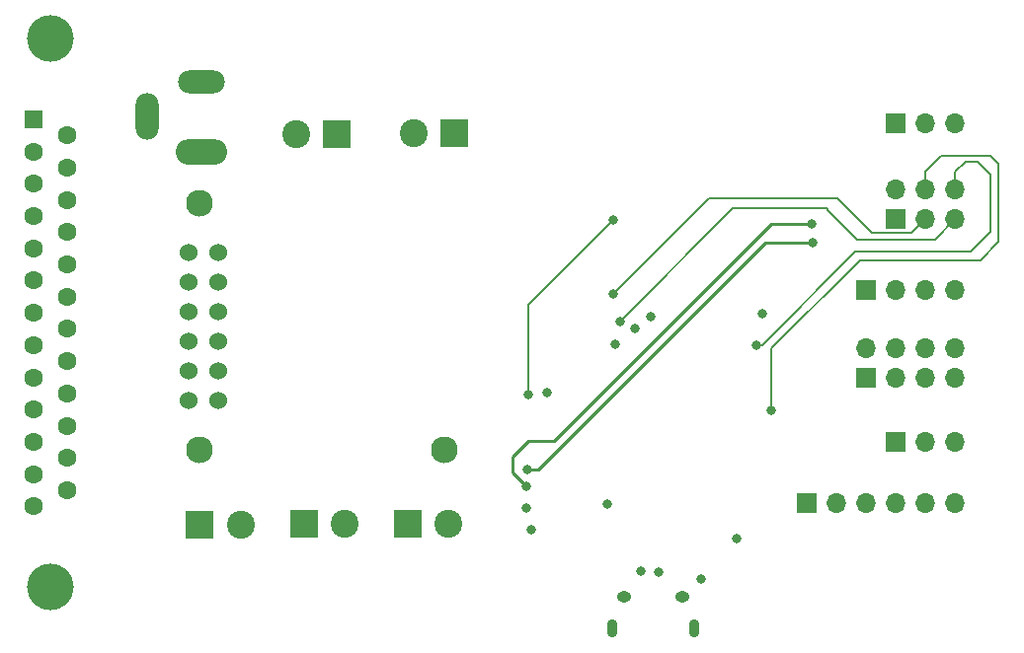
<source format=gbr>
%TF.GenerationSoftware,KiCad,Pcbnew,(6.0.0-0)*%
%TF.CreationDate,2022-09-25T22:14:03-04:00*%
%TF.ProjectId,Dome_Controller,446f6d65-5f43-46f6-9e74-726f6c6c6572,rev?*%
%TF.SameCoordinates,Original*%
%TF.FileFunction,Copper,L3,Inr*%
%TF.FilePolarity,Positive*%
%FSLAX46Y46*%
G04 Gerber Fmt 4.6, Leading zero omitted, Abs format (unit mm)*
G04 Created by KiCad (PCBNEW (6.0.0-0)) date 2022-09-25 22:14:03*
%MOMM*%
%LPD*%
G01*
G04 APERTURE LIST*
%TA.AperFunction,ComponentPad*%
%ADD10R,1.600000X1.600000*%
%TD*%
%TA.AperFunction,ComponentPad*%
%ADD11C,1.600000*%
%TD*%
%TA.AperFunction,ComponentPad*%
%ADD12C,4.000000*%
%TD*%
%TA.AperFunction,ComponentPad*%
%ADD13O,2.000000X4.000000*%
%TD*%
%TA.AperFunction,ComponentPad*%
%ADD14O,4.000000X2.000000*%
%TD*%
%TA.AperFunction,ComponentPad*%
%ADD15O,4.400000X2.200000*%
%TD*%
%TA.AperFunction,ComponentPad*%
%ADD16O,1.700000X1.700000*%
%TD*%
%TA.AperFunction,ComponentPad*%
%ADD17R,1.700000X1.700000*%
%TD*%
%TA.AperFunction,ComponentPad*%
%ADD18R,2.400000X2.400000*%
%TD*%
%TA.AperFunction,ComponentPad*%
%ADD19C,2.400000*%
%TD*%
%TA.AperFunction,ComponentPad*%
%ADD20O,0.890000X1.550000*%
%TD*%
%TA.AperFunction,ComponentPad*%
%ADD21O,1.250000X0.950000*%
%TD*%
%TA.AperFunction,ComponentPad*%
%ADD22C,1.524000*%
%TD*%
%TA.AperFunction,ComponentPad*%
%ADD23C,2.300000*%
%TD*%
%TA.AperFunction,ViaPad*%
%ADD24C,0.800000*%
%TD*%
%TA.AperFunction,Conductor*%
%ADD25C,0.200000*%
%TD*%
%TA.AperFunction,Conductor*%
%ADD26C,0.254000*%
%TD*%
G04 APERTURE END LIST*
D10*
%TO.N,+12V*%
%TO.C,J13*%
X61790000Y-64740000D03*
D11*
X61790000Y-67510000D03*
%TO.N,GND*%
X61790000Y-70280000D03*
X61790000Y-73050000D03*
%TO.N,+5V*%
X61790000Y-75820000D03*
%TO.N,SR_I2C_CLK*%
X61790000Y-78590000D03*
%TO.N,unconnected-(J13-Pad7)*%
X61790000Y-81360000D03*
%TO.N,GND*%
X61790000Y-84130000D03*
%TO.N,SR_SER_RX*%
X61790000Y-86900000D03*
%TO.N,GND*%
X61790000Y-89670000D03*
X61790000Y-92440000D03*
%TO.N,+12V*%
X61790000Y-95210000D03*
X61790000Y-97980000D03*
X64630000Y-66125000D03*
X64630000Y-68895000D03*
%TO.N,GND*%
X64630000Y-71665000D03*
X64630000Y-74435000D03*
X64630000Y-77205000D03*
%TO.N,SR_I2C_DATA*%
X64630000Y-79975000D03*
%TO.N,+5V*%
X64630000Y-82745000D03*
%TO.N,SR_SER_TX*%
X64630000Y-85515000D03*
%TO.N,GND*%
X64630000Y-88285000D03*
X64630000Y-91055000D03*
%TO.N,+12V*%
X64630000Y-93825000D03*
X64630000Y-96595000D03*
D12*
%TO.N,unconnected-(J13-Pad0)*%
X63210000Y-104910000D03*
X63210000Y-57810000D03*
%TD*%
D13*
%TO.N,GND*%
%TO.C,J14*%
X71485000Y-64515000D03*
D14*
X76185000Y-61515000D03*
D15*
%TO.N,+12V*%
X76185000Y-67515000D03*
%TD*%
D16*
%TO.N,SR_SER_RX*%
%TO.C,J12*%
X140760000Y-79395000D03*
%TO.N,SR_SER_TX*%
X138220000Y-79395000D03*
%TO.N,GND*%
X135680000Y-79395000D03*
D17*
%TO.N,+5V*%
X133140000Y-79395000D03*
%TD*%
D16*
%TO.N,SR_I2C_DATA*%
%TO.C,J11*%
X140730000Y-84415000D03*
X140730000Y-86955000D03*
%TO.N,SR_I2C_CLK*%
X138190000Y-84415000D03*
X138190000Y-86955000D03*
%TO.N,GND*%
X135650000Y-84415000D03*
X135650000Y-86955000D03*
%TO.N,+5V*%
X133110000Y-84415000D03*
D17*
X133110000Y-86955000D03*
%TD*%
D18*
%TO.N,GND*%
%TO.C,J5*%
X87780000Y-66000000D03*
D19*
%TO.N,+12V*%
X84280000Y-66000000D03*
%TD*%
%TO.N,+5V*%
%TO.C,J8*%
X88480000Y-99510000D03*
D18*
%TO.N,GND*%
X84980000Y-99510000D03*
%TD*%
D20*
%TO.N,unconnected-(J1-Pad6)*%
%TO.C,J1*%
X118400000Y-108450000D03*
D21*
X117400000Y-105750000D03*
X112400000Y-105750000D03*
D20*
X111400000Y-108450000D03*
%TD*%
D18*
%TO.N,GND*%
%TO.C,J9*%
X93850000Y-99510000D03*
D19*
%TO.N,+5V*%
X97350000Y-99510000D03*
%TD*%
D16*
%TO.N,TX_HP*%
%TO.C,J3*%
X140770000Y-70800000D03*
%TO.N,TX_RS*%
X140770000Y-73340000D03*
%TO.N,RX_HP*%
X138230000Y-70800000D03*
%TO.N,RX_RS*%
X138230000Y-73340000D03*
%TO.N,GND*%
X135690000Y-70800000D03*
D17*
X135690000Y-73340000D03*
%TD*%
%TO.N,GND*%
%TO.C,J2*%
X128040000Y-97700000D03*
D16*
%TO.N,unconnected-(J2-Pad2)*%
X130580000Y-97700000D03*
%TO.N,SCL*%
X133120000Y-97700000D03*
%TO.N,SDA*%
X135660000Y-97700000D03*
%TO.N,+3.3V*%
X138200000Y-97700000D03*
%TO.N,+5V*%
X140740000Y-97700000D03*
%TD*%
%TO.N,CL_D*%
%TO.C,J4*%
X140770000Y-92450000D03*
%TO.N,+5V*%
X138230000Y-92450000D03*
D17*
%TO.N,GND*%
X135690000Y-92450000D03*
%TD*%
D16*
%TO.N,TX_FU*%
%TO.C,J10*%
X140770000Y-65070000D03*
%TO.N,RX_FU*%
X138230000Y-65070000D03*
D17*
%TO.N,GND*%
X135690000Y-65070000D03*
%TD*%
D19*
%TO.N,+5V*%
%TO.C,J7*%
X79520000Y-99590000D03*
D18*
%TO.N,GND*%
X76020000Y-99590000D03*
%TD*%
D22*
%TO.N,+5V*%
%TO.C,U6*%
X75035000Y-76185000D03*
%TO.N,GND*%
X75035000Y-78725000D03*
X75035000Y-81265000D03*
%TO.N,+12V*%
X75035000Y-83805000D03*
%TO.N,unconnected-(U6-Pad5)*%
X75035000Y-86345000D03*
%TO.N,unconnected-(U6-Pad6)*%
X75035000Y-88885000D03*
%TO.N,unconnected-(U6-Pad7)*%
X77575000Y-88885000D03*
%TO.N,unconnected-(U6-Pad8)*%
X77575000Y-86345000D03*
%TO.N,+12V*%
X77575000Y-83805000D03*
%TO.N,GND*%
X77575000Y-81265000D03*
X77575000Y-78725000D03*
%TO.N,+5V*%
X77575000Y-76185000D03*
D23*
%TO.N,N/C*%
X75965000Y-71935000D03*
X75965000Y-93135000D03*
X96965000Y-93135000D03*
%TD*%
D18*
%TO.N,GND*%
%TO.C,J6*%
X97850000Y-65930000D03*
D19*
%TO.N,+12V*%
X94350000Y-65930000D03*
%TD*%
D24*
%TO.N,RESET*%
X110930000Y-97800000D03*
X104200000Y-88360000D03*
%TO.N,GND*%
X105800000Y-88240000D03*
%TO.N,RESET*%
X111470000Y-73410000D03*
%TO.N,RX_FU*%
X114720000Y-81650000D03*
%TO.N,TX_FU*%
X113380000Y-82680000D03*
%TO.N,TX_HP*%
X123780000Y-84130000D03*
%TO.N,RX_HP*%
X125040000Y-89730000D03*
%TO.N,TX_RS*%
X112040000Y-82090000D03*
%TO.N,CL_D*%
X111630000Y-84080000D03*
%TO.N,D-*%
X104480000Y-99980000D03*
%TO.N,D+*%
X103990000Y-98090000D03*
X115400000Y-103600000D03*
%TO.N,D-*%
X113805000Y-103555000D03*
%TO.N,RXD0*%
X104100000Y-94780000D03*
%TO.N,TXD0*%
X104000000Y-96220000D03*
%TO.N,+5V*%
X118995000Y-104205000D03*
%TO.N,RX_RS*%
X111490000Y-79760000D03*
%TO.N,ST_LED_D*%
X124270000Y-81410000D03*
X122020000Y-100770000D03*
%TO.N,TXD0*%
X128480000Y-73690000D03*
%TO.N,RXD0*%
X128560000Y-75310000D03*
%TD*%
D25*
%TO.N,RESET*%
X104200000Y-88360000D02*
X104200000Y-80680000D01*
X104200000Y-80680000D02*
X111470000Y-73410000D01*
%TO.N,TX_RS*%
X132380000Y-75070000D02*
X129850000Y-72540000D01*
X140770000Y-73340000D02*
X139040000Y-75070000D01*
X129850000Y-72540000D02*
X129850000Y-72390000D01*
X129850000Y-72390000D02*
X121740000Y-72390000D01*
X139040000Y-75070000D02*
X132380000Y-75070000D01*
X121740000Y-72390000D02*
X112040000Y-82090000D01*
%TO.N,RX_RS*%
X133649511Y-74489511D02*
X130720000Y-71560000D01*
X137080489Y-74489511D02*
X133649511Y-74489511D01*
X138230000Y-73340000D02*
X137080489Y-74489511D01*
X130720000Y-71560000D02*
X119690000Y-71560000D01*
X119690000Y-71560000D02*
X111490000Y-79760000D01*
%TO.N,RX_HP*%
X125040000Y-89730000D02*
X125040000Y-84430000D01*
X125040000Y-84430000D02*
X132620000Y-76850000D01*
X132620000Y-76850000D02*
X142950000Y-76850000D01*
X142950000Y-76850000D02*
X144530000Y-75270000D01*
X144530000Y-75270000D02*
X144530000Y-68560000D01*
X144530000Y-68560000D02*
X143860000Y-67890000D01*
X143860000Y-67890000D02*
X139590000Y-67890000D01*
X139590000Y-67890000D02*
X138230000Y-69250000D01*
X138230000Y-69250000D02*
X138230000Y-70800000D01*
%TO.N,TX_HP*%
X123780000Y-84130000D02*
X124270000Y-84130000D01*
X124270000Y-84130000D02*
X132260000Y-76140000D01*
X132260000Y-76140000D02*
X142120000Y-76140000D01*
X142120000Y-76140000D02*
X143820000Y-74440000D01*
X143820000Y-74440000D02*
X143820000Y-69480000D01*
X142710000Y-68370000D02*
X141680000Y-68370000D01*
X143820000Y-69480000D02*
X142710000Y-68370000D01*
X141680000Y-68370000D02*
X140770000Y-69280000D01*
X140770000Y-69280000D02*
X140770000Y-70800000D01*
D26*
%TO.N,TXD0*%
X104200000Y-92330000D02*
X106370000Y-92330000D01*
X106370000Y-92330000D02*
X125010000Y-73690000D01*
X104000000Y-96220000D02*
X102850000Y-95070000D01*
X102850000Y-95070000D02*
X102850000Y-93680000D01*
X102850000Y-93680000D02*
X104200000Y-92330000D01*
X125010000Y-73690000D02*
X128480000Y-73690000D01*
%TO.N,RXD0*%
X128560000Y-75310000D02*
X124490000Y-75310000D01*
X124490000Y-75310000D02*
X105020000Y-94780000D01*
X105020000Y-94780000D02*
X104100000Y-94780000D01*
%TD*%
M02*

</source>
